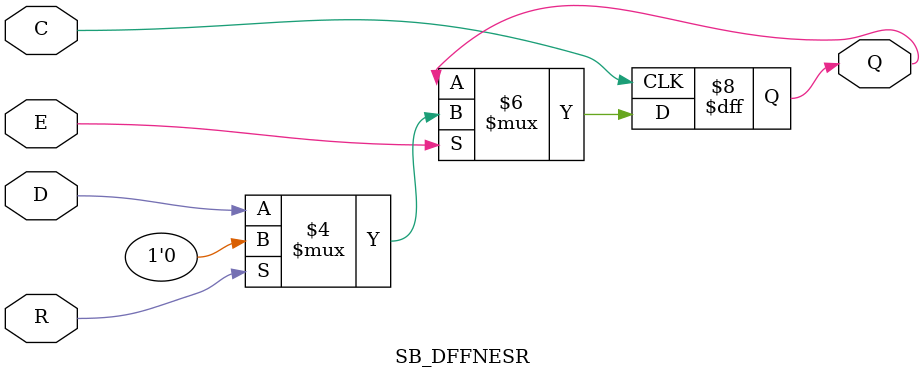
<source format=v>
module SB_DFFNESR (output Q, input C, E, R, D);
	reg Q = 0;
	always @(negedge C)
		if (E) begin
			if (R)
				Q <= 0;
			else
				Q <= D;
		end
endmodule

</source>
